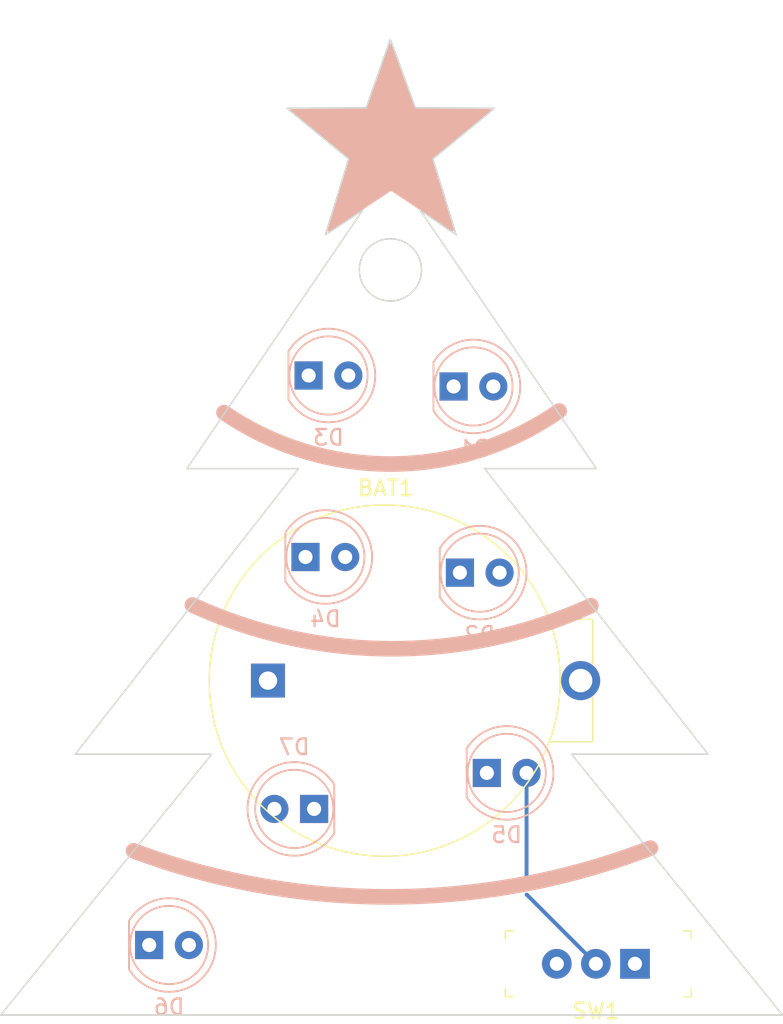
<source format=kicad_pcb>
(kicad_pcb (version 20211014) (generator pcbnew)
  (layers (0 "F.Cu" signal) (31 "B.Cu" signal) (34 "B.Paste" user) (35 "F.Paste" user) (36 "B.SilkS" user "B.Silkscreen") (37 "F.SilkS" user "F.Silkscreen") (38 "B.Mask" user) (39 "F.Mask" user) (44 "Edge.Cuts" user))
  (net 0 "")
  (net 1 "Net-(BAT1-PadNeg)")
  (net 2 "Net-(BAT1-PadPos)")
  (net 3 "Net-(D2-Pad2)")
  (footprint "digikey-footprints:Switch_Slide_11.6x4mm_EG1218" (layer "F.Cu") (at 176.3 139.6 180)
    (fp_text reference "SW1" (at 2.49 -3.02) (layer "F.SilkS"))
    (fp_text value "SW_SPST")
    (fp_line (start -3.6 -2.1) (end -3.1 -2.1) (layer "F.SilkS") (width 0.1))
    (fp_line (start 8.3 -2.1) (end 7.8 -2.1) (layer "F.SilkS") (width 0.1))
    (fp_line (start 8.3 2.1) (end 8.3 1.6) (layer "F.SilkS") (width 0.1))
    (fp_line (start -3.6 -2.1) (end -3.6 -1.6) (layer "F.SilkS") (width 0.1))
    (fp_line (start -3.6 2.1) (end -3.1 2.1) (layer "F.SilkS") (width 0.1))
    (fp_line (start 8.3 2.1) (end 7.8 2.1) (layer "F.SilkS") (width 0.1))
    (fp_line (start -3.6 2.1) (end -3.6 1.6) (layer "F.SilkS") (width 0.1))
    (fp_line (start 8.3 -2.1) (end 8.3 -1.6) (layer "F.SilkS") (width 0.1))
    (pad "1" thru_hole rect locked (at 0 0 180) (size 1.9 1.9) (drill 0.9) (layers *.Cu *.Mask) (net 2 "Net-(BAT1-PadPos)"))
    (pad "2" thru_hole circle locked (at 2.5 0 180) (size 1.9 1.9) (drill 0.9) (layers *.Cu *.Mask) (net 3 "Net-(D2-Pad2)"))
    (pad "3" thru_hole circle locked (at 5 0 180) (size 1.9 1.9) (drill 0.9) (layers *.Cu *.Mask))
  )
  (footprint "digikey-footprints:Battery_Holder_Coin_2032_BS-7" (layer "F.Cu") (at 152.8243 121.5)
    (fp_text reference "BAT1" (at 7.52856 -12.3063) (layer "F.SilkS"))
    (fp_text value "BS-7")
    (fp_line (start 20.7772 3.9116) (end 20.7772 1.0668) (layer "F.SilkS") (width 0.1))
    (fp_line (start 18.034 -3.9116) (end 20.7772 -3.9116) (layer "F.SilkS") (width 0.1))
    (fp_line (start 18.034 3.9116) (end 20.7772 3.9116) (layer "F.SilkS") (width 0.1))
    (fp_line (start 20.7772 -3.9116) (end 20.7772 -1.0668) (layer "F.SilkS") (width 0.1))
    (fp_circle (center 7.4676 0) (end -3.7592 0) (layer "F.SilkS") (width 0.1) (fill none))
    (pad "Neg" thru_hole rect locked (at 0 0) (size 2.17 2.17) (drill 1.17) (layers *.Cu *.Mask) (net 1 "Net-(BAT1-PadNeg)"))
    (pad "Pos" thru_hole circle locked (at 20 0) (size 2.5 2.5) (drill 1.5) (layers *.Cu *.Mask) (net 2 "Net-(BAT1-PadPos)"))
  )
  (footprint "LED_THT:LED_D5.0mm" (layer "B.Cu") (at 166.825 127.4)
    (fp_text reference "D5" (at 1.27 3.96) (layer "B.SilkS") (effects (justify mirror)))
    (fp_text value "LED")
    (fp_line (start -1.29 1.545) (end -1.29 -1.545) (layer "B.SilkS") (width 0.12))
    (fp_arc (start 4.26 -0.000462) (mid 2.072002 2.880433) (end -1.29 1.54483) (layer "B.SilkS") (width 0.12))
    (fp_arc (start -1.29 -1.54483) (mid 2.072002 -2.880433) (end 4.26 0.000462) (layer "B.SilkS") (width 0.12))
    (fp_circle (center 1.27 0) (end 3.77 0) (layer "B.SilkS") (width 0.12) (fill none))
    (pad "1" thru_hole rect (at 0 0) (size 1.8 1.8) (drill 0.9) (layers *.Cu *.Mask) (net 1 "Net-(BAT1-PadNeg)"))
    (pad "2" thru_hole circle (at 2.54 0) (size 1.8 1.8) (drill 0.9) (layers *.Cu *.Mask) (net 3 "Net-(D2-Pad2)"))
  )
  (footprint "LED_THT:LED_D5.0mm" (layer "B.Cu") (at 155.225 113.6)
    (fp_text reference "D4" (at 1.27 3.96) (layer "B.SilkS") (effects (justify mirror)))
    (fp_text value "LED")
    (fp_line (start -1.29 1.545) (end -1.29 -1.545) (layer "B.SilkS") (width 0.12))
    (fp_arc (start 4.26 -0.000462) (mid 2.072002 2.880433) (end -1.29 1.54483) (layer "B.SilkS") (width 0.12))
    (fp_arc (start -1.29 -1.54483) (mid 2.072002 -2.880433) (end 4.26 0.000462) (layer "B.SilkS") (width 0.12))
    (fp_circle (center 1.27 0) (end 3.77 0) (layer "B.SilkS") (width 0.12) (fill none))
    (pad "1" thru_hole rect (at 0 0) (size 1.8 1.8) (drill 0.9) (layers *.Cu *.Mask) (net 1 "Net-(BAT1-PadNeg)"))
    (pad "2" thru_hole circle (at 2.54 0) (size 1.8 1.8) (drill 0.9) (layers *.Cu *.Mask) (net 3 "Net-(D2-Pad2)"))
  )
  (footprint "LED_THT:LED_D5.0mm" (layer "B.Cu") (at 155.775 129.7 180)
    (fp_text reference "D7" (at 1.27 3.96) (layer "B.SilkS") (effects (justify mirror)))
    (fp_text value "LED")
    (fp_line (start -1.29 1.545) (end -1.29 -1.545) (layer "B.SilkS") (width 0.12))
    (fp_arc (start 4.26 -0.000462) (mid 2.072002 2.880433) (end -1.29 1.54483) (layer "B.SilkS") (width 0.12))
    (fp_arc (start -1.29 -1.54483) (mid 2.072002 -2.880433) (end 4.26 0.000462) (layer "B.SilkS") (width 0.12))
    (fp_circle (center 1.27 0) (end 3.77 0) (layer "B.SilkS") (width 0.12) (fill none))
    (pad "1" thru_hole rect (at 0 0 180) (size 1.8 1.8) (drill 0.9) (layers *.Cu *.Mask) (net 1 "Net-(BAT1-PadNeg)"))
    (pad "2" thru_hole circle (at 2.54 0 180) (size 1.8 1.8) (drill 0.9) (layers *.Cu *.Mask) (net 3 "Net-(D2-Pad2)"))
  )
  (footprint "LED_THT:LED_D5.0mm" (layer "B.Cu") (at 145.225 138.4)
    (fp_text reference "D6" (at 1.27 3.96) (layer "B.SilkS") (effects (justify mirror)))
    (fp_text value "LED")
    (fp_line (start -1.29 1.545) (end -1.29 -1.545) (layer "B.SilkS") (width 0.12))
    (fp_arc (start 4.26 -0.000462) (mid 2.072002 2.880433) (end -1.29 1.54483) (layer "B.SilkS") (width 0.12))
    (fp_arc (start -1.29 -1.54483) (mid 2.072002 -2.880433) (end 4.26 0.000462) (layer "B.SilkS") (width 0.12))
    (fp_circle (center 1.27 0) (end 3.77 0) (layer "B.SilkS") (width 0.12) (fill none))
    (pad "1" thru_hole rect (at 0 0) (size 1.8 1.8) (drill 0.9) (layers *.Cu *.Mask) (net 1 "Net-(BAT1-PadNeg)"))
    (pad "2" thru_hole circle (at 2.54 0) (size 1.8 1.8) (drill 0.9) (layers *.Cu *.Mask) (net 3 "Net-(D2-Pad2)"))
  )
  (footprint "LED_THT:LED_D5.0mm" (layer "B.Cu") (at 164.7 102.7)
    (fp_text reference "D1" (at 1.27 3.96) (layer "B.SilkS") (effects (justify mirror)))
    (fp_text value "LED")
    (fp_line (start -1.29 1.545) (end -1.29 -1.545) (layer "B.SilkS") (width 0.12))
    (fp_arc (start 4.26 -0.000462) (mid 2.072002 2.880433) (end -1.29 1.54483) (layer "B.SilkS") (width 0.12))
    (fp_arc (start -1.29 -1.54483) (mid 2.072002 -2.880433) (end 4.26 0.000462) (layer "B.SilkS") (width 0.12))
    (fp_circle (center 1.27 0) (end 3.77 0) (layer "B.SilkS") (width 0.12) (fill none))
    (pad "1" thru_hole rect (at 0 0) (size 1.8 1.8) (drill 0.9) (layers *.Cu *.Mask) (net 1 "Net-(BAT1-PadNeg)"))
    (pad "2" thru_hole circle (at 2.54 0) (size 1.8 1.8) (drill 0.9) (layers *.Cu *.Mask) (net 3 "Net-(D2-Pad2)"))
  )
  (footprint "LED_THT:LED_D5.0mm" (layer "B.Cu") (at 155.425 102)
    (fp_text reference "D3" (at 1.27 3.96) (layer "B.SilkS") (effects (justify mirror)))
    (fp_text value "LED")
    (fp_line (start -1.29 1.545) (end -1.29 -1.545) (layer "B.SilkS") (width 0.12))
    (fp_arc (start -1.29 -1.54483) (mid 2.072002 -2.880433) (end 4.26 0.000462) (layer "B.SilkS") (width 0.12))
    (fp_arc (start 4.26 -0.000462) (mid 2.072002 2.880433) (end -1.29 1.54483) (layer "B.SilkS") (width 0.12))
    (fp_circle (center 1.27 0) (end 3.77 0) (layer "B.SilkS") (width 0.12) (fill none))
    (pad "1" thru_hole rect (at 0 0) (size 1.8 1.8) (drill 0.9) (layers *.Cu *.Mask) (net 1 "Net-(BAT1-PadNeg)"))
    (pad "2" thru_hole circle (at 2.54 0) (size 1.8 1.8) (drill 0.9) (layers *.Cu *.Mask) (net 3 "Net-(D2-Pad2)"))
  )
  (footprint "LED_THT:LED_D5.0mm" (layer "B.Cu") (at 165.1 114.6)
    (fp_text reference "D2" (at 1.27 3.96) (layer "B.SilkS") (effects (justify mirror)))
    (fp_text value "LED")
    (fp_line (start -1.29 1.545) (end -1.29 -1.545) (layer "B.SilkS") (width 0.12))
    (fp_arc (start 4.26 -0.000462) (mid 2.072002 2.880433) (end -1.29 1.54483) (layer "B.SilkS") (width 0.12))
    (fp_arc (start -1.29 -1.54483) (mid 2.072002 -2.880433) (end 4.26 0.000462) (layer "B.SilkS") (width 0.12))
    (fp_circle (center 1.27 0) (end 3.77 0) (layer "B.SilkS") (width 0.12) (fill none))
    (pad "1" thru_hole rect (at 0 0) (size 1.8 1.8) (drill 0.9) (layers *.Cu *.Mask) (net 1 "Net-(BAT1-PadNeg)"))
    (pad "2" thru_hole circle (at 2.54 0) (size 1.8 1.8) (drill 0.9) (layers *.Cu *.Mask) (net 3 "Net-(D2-Pad2)"))
  )
  (gr_arc (start 173.482 116.712999) (mid 160.729047 119.464728) (end 147.985665 116.66901) (layer "B.SilkS") (width 1))
  (gr_arc (start 177.292 132.207) (mid 160.774104 135.321252) (end 144.224287 132.381356) (layer "B.SilkS") (width 1))
  (gr_arc (start 171.45 104.267) (mid 160.745749 107.657517) (end 150.009407 104.370032) (layer "B.SilkS") (width 1))
  (gr_line (start 158.877 91.44) (end 156.5 93.01) (layer "Edge.Cuts") (width 0.1))
  (gr_line (start 160.655 80.518) (end 162.25 84.89) (layer "Edge.Cuts") (width 0.1))
  (gr_line (start 164.86 93.01) (end 162.56 91.44) (layer "Edge.Cuts") (width 0.1))
  (gr_line (start 156.5 93.01) (end 157.99 88.16) (layer "Edge.Cuts") (width 0.1))
  (gr_line (start 180.975 126.20625) (end 166.6875 107.95) (layer "Edge.Cuts") (width 0.1))
  (gr_line (start 172.24375 126.20625) (end 180.18125 126.20625) (layer "Edge.Cuts") (width 0.1))
  (gr_line (start 180.18125 126.20625) (end 180.975 126.20625) (layer "Edge.Cuts") (width 0.1))
  (gr_line (start 149.225 126.20625) (end 135.73125 142.875) (layer "Edge.Cuts") (width 0.1))
  (gr_line (start 147.6375 107.95) (end 154.78125 107.95) (layer "Edge.Cuts") (width 0.1))
  (gr_line (start 159.11 84.89) (end 160.655 80.518) (layer "Edge.Cuts") (width 0.1))
  (gr_circle (center 160.655 95.25) (end 161.544 93.472) (layer "Edge.Cuts") (width 0.1) (fill none))
  (gr_line (start 158.877 91.44) (end 147.6375 107.95) (layer "Edge.Cuts") (width 0.1))
  (gr_line (start 167.32 84.92) (end 163.37 88.16) (layer "Edge.Cuts") (width 0.1))
  (gr_line (start 154.04 84.92) (end 159.11 84.89) (layer "Edge.Cuts") (width 0.1))
  (gr_line (start 140.49375 126.20625) (end 141.2875 126.20625) (layer "Edge.Cuts") (width 0.1))
  (gr_line (start 173.83125 107.95) (end 162.56 91.44) (layer "Edge.Cuts") (width 0.1))
  (gr_line (start 166.6875 107.95) (end 173.83125 107.95) (layer "Edge.Cuts") (width 0.1))
  (gr_line (start 141.2875 126.20625) (end 149.225 126.20625) (layer "Edge.Cuts") (width 0.1))
  (gr_line (start 185.7375 142.875) (end 172.24375 126.20625) (layer "Edge.Cuts") (width 0.1))
  (gr_line (start 135.73125 142.875) (end 185.7375 142.875) (layer "Edge.Cuts") (width 0.1))
  (gr_line (start 154.78125 107.95) (end 140.49375 126.20625) (layer "Edge.Cuts") (width 0.1))
  (gr_line (start 157.99 88.16) (end 154.04 84.92) (layer "Edge.Cuts") (width 0.1))
  (gr_line (start 162.25 84.89) (end 167.32 84.92) (layer "Edge.Cuts") (width 0.1))
  (gr_line (start 163.37 88.16) (end 164.86 93.01) (layer "Edge.Cuts") (width 0.1))
  (segment (start 173.8 139.6) (end 169.37 135.17) (width 0.25) (layer "B.Cu") (net 3))
  (segment (start 169.365 134.455) (end 169.365 127.4) (width 0.25) (layer "B.Cu") (net 3))
  (zone (net 0) (net_name "") (layer "B.SilkS") (connect_pads (clearance 0.508)) (min_thickness 0.254) (fill yes (thermal_gap 0.508) (thermal_bridge_width 0.508))
    (polygon (pts (xy 169.4 81.9) (xy 164.9 93) (xy 160.7 90.2) (xy 156.372998 93.077909) (xy 149.072998 81.177909) (xy 158.9 78)))
  )
)
</source>
